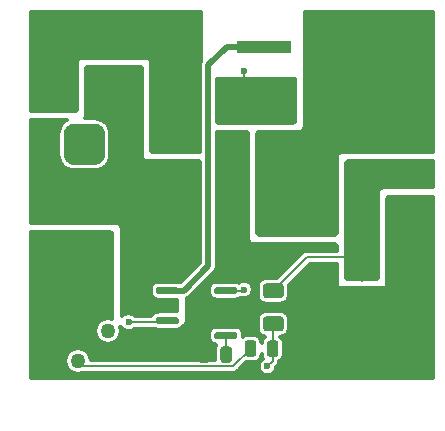
<source format=gbr>
%TF.GenerationSoftware,KiCad,Pcbnew,(5.1.5-131-g305ed0b65)-1*%
%TF.CreationDate,2020-09-08T16:09:36+08:00*%
%TF.ProjectId,PowerSupply,506f7765-7253-4757-9070-6c792e6b6963,rev?*%
%TF.SameCoordinates,Original*%
%TF.FileFunction,Copper,L1,Top*%
%TF.FilePolarity,Positive*%
%FSLAX46Y46*%
G04 Gerber Fmt 4.6, Leading zero omitted, Abs format (unit mm)*
G04 Created by KiCad (PCBNEW (5.1.5-131-g305ed0b65)-1) date 2020-09-08 16:09:36*
%MOMM*%
%LPD*%
G01*
G04 APERTURE LIST*
%TA.AperFunction,ComponentPad*%
%ADD10R,1.700000X1.700000*%
%TD*%
%TA.AperFunction,ComponentPad*%
%ADD11O,1.700000X1.700000*%
%TD*%
%TA.AperFunction,ComponentPad*%
%ADD12R,3.500000X3.500000*%
%TD*%
%TA.AperFunction,SMDPad,CuDef*%
%ADD13R,2.500000X2.300000*%
%TD*%
%TA.AperFunction,SMDPad,CuDef*%
%ADD14R,2.900000X5.400000*%
%TD*%
%TA.AperFunction,SMDPad,CuDef*%
%ADD15R,4.600000X1.100000*%
%TD*%
%TA.AperFunction,SMDPad,CuDef*%
%ADD16R,9.400000X10.800000*%
%TD*%
%TA.AperFunction,ComponentPad*%
%ADD17C,1.260000*%
%TD*%
%TA.AperFunction,ViaPad*%
%ADD18C,0.800000*%
%TD*%
%TA.AperFunction,ViaPad*%
%ADD19C,0.600000*%
%TD*%
%TA.AperFunction,Conductor*%
%ADD20C,0.203200*%
%TD*%
%TA.AperFunction,Conductor*%
%ADD21C,0.508000*%
%TD*%
%TA.AperFunction,Conductor*%
%ADD22C,0.300000*%
%TD*%
G04 APERTURE END LIST*
%TO.P,C4,1*%
%TO.N,+180V*%
%TA.AperFunction,SMDPad,CuDef*%
G36*
G01*
X157500000Y-91250000D02*
X159500000Y-91250000D01*
G75*
G02*
X159750000Y-91500000I0J-250000D01*
G01*
X159750000Y-95000000D01*
G75*
G02*
X159500000Y-95250000I-250000J0D01*
G01*
X157500000Y-95250000D01*
G75*
G02*
X157250000Y-95000000I0J250000D01*
G01*
X157250000Y-91500000D01*
G75*
G02*
X157500000Y-91250000I250000J0D01*
G01*
G37*
%TD.AperFunction*%
%TO.P,C4,2*%
%TO.N,GND*%
%TA.AperFunction,SMDPad,CuDef*%
G36*
G01*
X157500000Y-99250000D02*
X159500000Y-99250000D01*
G75*
G02*
X159750000Y-99500000I0J-250000D01*
G01*
X159750000Y-103000000D01*
G75*
G02*
X159500000Y-103250000I-250000J0D01*
G01*
X157500000Y-103250000D01*
G75*
G02*
X157250000Y-103000000I0J250000D01*
G01*
X157250000Y-99500000D01*
G75*
G02*
X157500000Y-99250000I250000J0D01*
G01*
G37*
%TD.AperFunction*%
%TD*%
D10*
%TO.P,J2,1*%
%TO.N,+180V*%
X163500000Y-86500000D03*
D11*
%TO.P,J2,2*%
%TO.N,GND*%
X163500000Y-89040000D03*
%TD*%
D12*
%TO.P,J1,1*%
%TO.N,+12V*%
X138000000Y-79000000D03*
%TO.P,J1,2*%
%TO.N,GND*%
%TA.AperFunction,ComponentPad*%
G36*
G01*
X130500000Y-80000000D02*
X130500000Y-78000000D01*
G75*
G02*
X131250000Y-77250000I750000J0D01*
G01*
X132750000Y-77250000D01*
G75*
G02*
X133500000Y-78000000I0J-750000D01*
G01*
X133500000Y-80000000D01*
G75*
G02*
X132750000Y-80750000I-750000J0D01*
G01*
X131250000Y-80750000D01*
G75*
G02*
X130500000Y-80000000I0J750000D01*
G01*
G37*
%TD.AperFunction*%
%TO.P,J1,3*%
%TO.N,N/C*%
%TA.AperFunction,ComponentPad*%
G36*
G01*
X133250000Y-84575000D02*
X133250000Y-82825000D01*
G75*
G02*
X134125000Y-81950000I875000J0D01*
G01*
X135875000Y-81950000D01*
G75*
G02*
X136750000Y-82825000I0J-875000D01*
G01*
X136750000Y-84575000D01*
G75*
G02*
X135875000Y-85450000I-875000J0D01*
G01*
X134125000Y-85450000D01*
G75*
G02*
X133250000Y-84575000I0J875000D01*
G01*
G37*
%TD.AperFunction*%
%TD*%
%TO.P,C1,1*%
%TO.N,+12V*%
%TA.AperFunction,SMDPad,CuDef*%
G36*
G01*
X133975000Y-86350000D02*
X136025000Y-86350000D01*
G75*
G02*
X136275000Y-86600000I0J-250000D01*
G01*
X136275000Y-88175000D01*
G75*
G02*
X136025000Y-88425000I-250000J0D01*
G01*
X133975000Y-88425000D01*
G75*
G02*
X133725000Y-88175000I0J250000D01*
G01*
X133725000Y-86600000D01*
G75*
G02*
X133975000Y-86350000I250000J0D01*
G01*
G37*
%TD.AperFunction*%
%TO.P,C1,2*%
%TO.N,GND*%
%TA.AperFunction,SMDPad,CuDef*%
G36*
G01*
X133975000Y-92575000D02*
X136025000Y-92575000D01*
G75*
G02*
X136275000Y-92825000I0J-250000D01*
G01*
X136275000Y-94400000D01*
G75*
G02*
X136025000Y-94650000I-250000J0D01*
G01*
X133975000Y-94650000D01*
G75*
G02*
X133725000Y-94400000I0J250000D01*
G01*
X133725000Y-92825000D01*
G75*
G02*
X133975000Y-92575000I250000J0D01*
G01*
G37*
%TD.AperFunction*%
%TD*%
%TO.P,C2,2*%
%TO.N,GND*%
%TA.AperFunction,SMDPad,CuDef*%
G36*
G01*
X139543750Y-99262500D02*
X140456250Y-99262500D01*
G75*
G02*
X140700000Y-99506250I0J-243750D01*
G01*
X140700000Y-99993750D01*
G75*
G02*
X140456250Y-100237500I-243750J0D01*
G01*
X139543750Y-100237500D01*
G75*
G02*
X139300000Y-99993750I0J243750D01*
G01*
X139300000Y-99506250D01*
G75*
G02*
X139543750Y-99262500I243750J0D01*
G01*
G37*
%TD.AperFunction*%
%TO.P,C2,1*%
%TO.N,+12V*%
%TA.AperFunction,SMDPad,CuDef*%
G36*
G01*
X139543750Y-97387500D02*
X140456250Y-97387500D01*
G75*
G02*
X140700000Y-97631250I0J-243750D01*
G01*
X140700000Y-98118750D01*
G75*
G02*
X140456250Y-98362500I-243750J0D01*
G01*
X139543750Y-98362500D01*
G75*
G02*
X139300000Y-98118750I0J243750D01*
G01*
X139300000Y-97631250D01*
G75*
G02*
X139543750Y-97387500I243750J0D01*
G01*
G37*
%TD.AperFunction*%
%TD*%
%TO.P,C3,1*%
%TO.N,Net-(C3-Pad1)*%
%TA.AperFunction,SMDPad,CuDef*%
G36*
G01*
X147487500Y-101043750D02*
X147487500Y-101956250D01*
G75*
G02*
X147243750Y-102200000I-243750J0D01*
G01*
X146756250Y-102200000D01*
G75*
G02*
X146512500Y-101956250I0J243750D01*
G01*
X146512500Y-101043750D01*
G75*
G02*
X146756250Y-100800000I243750J0D01*
G01*
X147243750Y-100800000D01*
G75*
G02*
X147487500Y-101043750I0J-243750D01*
G01*
G37*
%TD.AperFunction*%
%TO.P,C3,2*%
%TO.N,GND*%
%TA.AperFunction,SMDPad,CuDef*%
G36*
G01*
X145612500Y-101043750D02*
X145612500Y-101956250D01*
G75*
G02*
X145368750Y-102200000I-243750J0D01*
G01*
X144881250Y-102200000D01*
G75*
G02*
X144637500Y-101956250I0J243750D01*
G01*
X144637500Y-101043750D01*
G75*
G02*
X144881250Y-100800000I243750J0D01*
G01*
X145368750Y-100800000D01*
G75*
G02*
X145612500Y-101043750I0J-243750D01*
G01*
G37*
%TD.AperFunction*%
%TD*%
D13*
%TO.P,D1,1*%
%TO.N,+180V*%
X158650000Y-86500000D03*
%TO.P,D1,2*%
%TO.N,Net-(D1-Pad2)*%
X154350000Y-86500000D03*
%TD*%
D14*
%TO.P,L1,1*%
%TO.N,+12V*%
X141050000Y-88500000D03*
%TO.P,L1,2*%
%TO.N,Net-(D1-Pad2)*%
X150950000Y-88500000D03*
%TD*%
D15*
%TO.P,Q1,1*%
%TO.N,Net-(Q1-Pad1)*%
X150225000Y-75460000D03*
%TO.P,Q1,3*%
%TO.N,Net-(Q1-Pad3)*%
X150225000Y-80540000D03*
D16*
%TO.P,Q1,2*%
%TO.N,Net-(D1-Pad2)*%
X159375000Y-78000000D03*
%TD*%
%TO.P,R1,1*%
%TO.N,Net-(Q1-Pad3)*%
%TA.AperFunction,SMDPad,CuDef*%
G36*
G01*
X147575000Y-78574999D02*
X147575000Y-81425001D01*
G75*
G02*
X147325001Y-81675000I-249999J0D01*
G01*
X146474999Y-81675000D01*
G75*
G02*
X146225000Y-81425001I0J249999D01*
G01*
X146225000Y-78574999D01*
G75*
G02*
X146474999Y-78325000I249999J0D01*
G01*
X147325001Y-78325000D01*
G75*
G02*
X147575000Y-78574999I0J-249999D01*
G01*
G37*
%TD.AperFunction*%
%TO.P,R1,2*%
%TO.N,GND*%
%TA.AperFunction,SMDPad,CuDef*%
G36*
G01*
X141775000Y-78574999D02*
X141775000Y-81425001D01*
G75*
G02*
X141525001Y-81675000I-249999J0D01*
G01*
X140674999Y-81675000D01*
G75*
G02*
X140425000Y-81425001I0J249999D01*
G01*
X140425000Y-78574999D01*
G75*
G02*
X140674999Y-78325000I249999J0D01*
G01*
X141525001Y-78325000D01*
G75*
G02*
X141775000Y-78574999I0J-249999D01*
G01*
G37*
%TD.AperFunction*%
%TD*%
%TO.P,R2,1*%
%TO.N,+180V*%
%TA.AperFunction,SMDPad,CuDef*%
G36*
G01*
X150375000Y-95475000D02*
X151625000Y-95475000D01*
G75*
G02*
X151875000Y-95725000I0J-250000D01*
G01*
X151875000Y-96475000D01*
G75*
G02*
X151625000Y-96725000I-250000J0D01*
G01*
X150375000Y-96725000D01*
G75*
G02*
X150125000Y-96475000I0J250000D01*
G01*
X150125000Y-95725000D01*
G75*
G02*
X150375000Y-95475000I250000J0D01*
G01*
G37*
%TD.AperFunction*%
%TO.P,R2,2*%
%TO.N,Net-(R2-Pad2)*%
%TA.AperFunction,SMDPad,CuDef*%
G36*
G01*
X150375000Y-98275000D02*
X151625000Y-98275000D01*
G75*
G02*
X151875000Y-98525000I0J-250000D01*
G01*
X151875000Y-99275000D01*
G75*
G02*
X151625000Y-99525000I-250000J0D01*
G01*
X150375000Y-99525000D01*
G75*
G02*
X150125000Y-99275000I0J250000D01*
G01*
X150125000Y-98525000D01*
G75*
G02*
X150375000Y-98275000I250000J0D01*
G01*
G37*
%TD.AperFunction*%
%TD*%
%TO.P,R3,1*%
%TO.N,Net-(R2-Pad2)*%
%TA.AperFunction,SMDPad,CuDef*%
G36*
G01*
X151425000Y-100543750D02*
X151425000Y-101456250D01*
G75*
G02*
X151181250Y-101700000I-243750J0D01*
G01*
X150693750Y-101700000D01*
G75*
G02*
X150450000Y-101456250I0J243750D01*
G01*
X150450000Y-100543750D01*
G75*
G02*
X150693750Y-100300000I243750J0D01*
G01*
X151181250Y-100300000D01*
G75*
G02*
X151425000Y-100543750I0J-243750D01*
G01*
G37*
%TD.AperFunction*%
%TO.P,R3,2*%
%TO.N,Net-(R3-Pad2)*%
%TA.AperFunction,SMDPad,CuDef*%
G36*
G01*
X149550000Y-100543750D02*
X149550000Y-101456250D01*
G75*
G02*
X149306250Y-101700000I-243750J0D01*
G01*
X148818750Y-101700000D01*
G75*
G02*
X148575000Y-101456250I0J243750D01*
G01*
X148575000Y-100543750D01*
G75*
G02*
X148818750Y-100300000I243750J0D01*
G01*
X149306250Y-100300000D01*
G75*
G02*
X149550000Y-100543750I0J-243750D01*
G01*
G37*
%TD.AperFunction*%
%TD*%
D17*
%TO.P,RV1,3*%
%TO.N,GND*%
X131920000Y-99500000D03*
%TO.P,RV1,2*%
%TO.N,Net-(R3-Pad2)*%
X134460000Y-102040000D03*
%TO.P,RV1,1*%
%TO.N,Net-(RV1-Pad1)*%
X137000000Y-99500000D03*
%TD*%
%TO.P,U1,1*%
%TO.N,Net-(Q1-Pad1)*%
%TA.AperFunction,SMDPad,CuDef*%
G36*
G01*
X141050000Y-96245000D02*
X141050000Y-95945000D01*
G75*
G02*
X141200000Y-95795000I150000J0D01*
G01*
X142850000Y-95795000D01*
G75*
G02*
X143000000Y-95945000I0J-150000D01*
G01*
X143000000Y-96245000D01*
G75*
G02*
X142850000Y-96395000I-150000J0D01*
G01*
X141200000Y-96395000D01*
G75*
G02*
X141050000Y-96245000I0J150000D01*
G01*
G37*
%TD.AperFunction*%
%TO.P,U1,2*%
%TO.N,+12V*%
%TA.AperFunction,SMDPad,CuDef*%
G36*
G01*
X141050000Y-97515000D02*
X141050000Y-97215000D01*
G75*
G02*
X141200000Y-97065000I150000J0D01*
G01*
X142850000Y-97065000D01*
G75*
G02*
X143000000Y-97215000I0J-150000D01*
G01*
X143000000Y-97515000D01*
G75*
G02*
X142850000Y-97665000I-150000J0D01*
G01*
X141200000Y-97665000D01*
G75*
G02*
X141050000Y-97515000I0J150000D01*
G01*
G37*
%TD.AperFunction*%
%TO.P,U1,3*%
%TO.N,Net-(R2-Pad2)*%
%TA.AperFunction,SMDPad,CuDef*%
G36*
G01*
X141050000Y-98785000D02*
X141050000Y-98485000D01*
G75*
G02*
X141200000Y-98335000I150000J0D01*
G01*
X142850000Y-98335000D01*
G75*
G02*
X143000000Y-98485000I0J-150000D01*
G01*
X143000000Y-98785000D01*
G75*
G02*
X142850000Y-98935000I-150000J0D01*
G01*
X141200000Y-98935000D01*
G75*
G02*
X141050000Y-98785000I0J150000D01*
G01*
G37*
%TD.AperFunction*%
%TO.P,U1,4*%
%TO.N,GND*%
%TA.AperFunction,SMDPad,CuDef*%
G36*
G01*
X141050000Y-100055000D02*
X141050000Y-99755000D01*
G75*
G02*
X141200000Y-99605000I150000J0D01*
G01*
X142850000Y-99605000D01*
G75*
G02*
X143000000Y-99755000I0J-150000D01*
G01*
X143000000Y-100055000D01*
G75*
G02*
X142850000Y-100205000I-150000J0D01*
G01*
X141200000Y-100205000D01*
G75*
G02*
X141050000Y-100055000I0J150000D01*
G01*
G37*
%TD.AperFunction*%
%TO.P,U1,5*%
%TO.N,Net-(C3-Pad1)*%
%TA.AperFunction,SMDPad,CuDef*%
G36*
G01*
X146000000Y-100055000D02*
X146000000Y-99755000D01*
G75*
G02*
X146150000Y-99605000I150000J0D01*
G01*
X147800000Y-99605000D01*
G75*
G02*
X147950000Y-99755000I0J-150000D01*
G01*
X147950000Y-100055000D01*
G75*
G02*
X147800000Y-100205000I-150000J0D01*
G01*
X146150000Y-100205000D01*
G75*
G02*
X146000000Y-100055000I0J150000D01*
G01*
G37*
%TD.AperFunction*%
%TO.P,U1,6*%
%TO.N,GND*%
%TA.AperFunction,SMDPad,CuDef*%
G36*
G01*
X146000000Y-98785000D02*
X146000000Y-98485000D01*
G75*
G02*
X146150000Y-98335000I150000J0D01*
G01*
X147800000Y-98335000D01*
G75*
G02*
X147950000Y-98485000I0J-150000D01*
G01*
X147950000Y-98785000D01*
G75*
G02*
X147800000Y-98935000I-150000J0D01*
G01*
X146150000Y-98935000D01*
G75*
G02*
X146000000Y-98785000I0J150000D01*
G01*
G37*
%TD.AperFunction*%
%TO.P,U1,7*%
%TA.AperFunction,SMDPad,CuDef*%
G36*
G01*
X146000000Y-97515000D02*
X146000000Y-97215000D01*
G75*
G02*
X146150000Y-97065000I150000J0D01*
G01*
X147800000Y-97065000D01*
G75*
G02*
X147950000Y-97215000I0J-150000D01*
G01*
X147950000Y-97515000D01*
G75*
G02*
X147800000Y-97665000I-150000J0D01*
G01*
X146150000Y-97665000D01*
G75*
G02*
X146000000Y-97515000I0J150000D01*
G01*
G37*
%TD.AperFunction*%
%TO.P,U1,8*%
%TO.N,Net-(Q1-Pad3)*%
%TA.AperFunction,SMDPad,CuDef*%
G36*
G01*
X146000000Y-96245000D02*
X146000000Y-95945000D01*
G75*
G02*
X146150000Y-95795000I150000J0D01*
G01*
X147800000Y-95795000D01*
G75*
G02*
X147950000Y-95945000I0J-150000D01*
G01*
X147950000Y-96245000D01*
G75*
G02*
X147800000Y-96395000I-150000J0D01*
G01*
X146150000Y-96395000D01*
G75*
G02*
X146000000Y-96245000I0J150000D01*
G01*
G37*
%TD.AperFunction*%
%TD*%
D18*
%TO.N,GND*%
X144250000Y-97000000D03*
X145250000Y-97000000D03*
X145250000Y-98000000D03*
X144250000Y-98000000D03*
X145250000Y-99000000D03*
X144250000Y-99000000D03*
X140000000Y-73750000D03*
X139000000Y-73750000D03*
X138000000Y-73750000D03*
X137000000Y-73750000D03*
X136000000Y-73750000D03*
X135000000Y-73750000D03*
X134000000Y-73750000D03*
X133000000Y-73750000D03*
X132000000Y-73750000D03*
X131000000Y-73750000D03*
X131000000Y-72750000D03*
X132000000Y-72750000D03*
X133000000Y-72750000D03*
X134000000Y-72750000D03*
X135000000Y-72750000D03*
X136000000Y-72750000D03*
X137000000Y-72750000D03*
X138000000Y-72750000D03*
X139000000Y-72750000D03*
X140000000Y-72750000D03*
X131000000Y-91750000D03*
X132000000Y-91750000D03*
X132000000Y-92750000D03*
X131000000Y-92750000D03*
X131000000Y-93750000D03*
X132000000Y-93750000D03*
X132000000Y-94750000D03*
X131000000Y-94750000D03*
X131000000Y-95750000D03*
X132000000Y-95750000D03*
X131000000Y-75000000D03*
X132000000Y-75000000D03*
X133000000Y-75000000D03*
X134000000Y-75000000D03*
X135000000Y-75000000D03*
X136000000Y-75000000D03*
X137000000Y-75000000D03*
X138000000Y-75000000D03*
X138000000Y-76000000D03*
X137000000Y-76000000D03*
X136000000Y-76000000D03*
X135000000Y-76000000D03*
X134000000Y-76000000D03*
X133000000Y-76000000D03*
X132000000Y-76000000D03*
X131000000Y-76000000D03*
X161000000Y-92750000D03*
X162000000Y-92750000D03*
X162000000Y-93750000D03*
X163000000Y-93750000D03*
X161000000Y-93750000D03*
X161000000Y-94750000D03*
X162000000Y-94750000D03*
X163000000Y-94750000D03*
X163000000Y-95750000D03*
X162000000Y-95750000D03*
X161000000Y-95750000D03*
X141000000Y-73750000D03*
X141000000Y-72750000D03*
X142000000Y-72750000D03*
X142000000Y-73750000D03*
X143000000Y-72750000D03*
X143000000Y-73750000D03*
D19*
%TO.N,Net-(Q1-Pad3)*%
X148500000Y-96000000D03*
X148500000Y-77500000D03*
%TO.N,Net-(R2-Pad2)*%
X150500000Y-102500000D03*
X138750000Y-98750000D03*
%TD*%
D20*
%TO.N,Net-(C3-Pad1)*%
X147000000Y-99930000D02*
X146975000Y-99905000D01*
X147000000Y-101500000D02*
X147000000Y-99930000D01*
%TO.N,+180V*%
X158500000Y-93250000D02*
X158500000Y-95250000D01*
X153850000Y-93250000D02*
X151000000Y-96100000D01*
X158500000Y-93250000D02*
X153850000Y-93250000D01*
D21*
%TO.N,Net-(Q1-Pad1)*%
X142025000Y-96095000D02*
X143405000Y-96095000D01*
X143405000Y-96095000D02*
X145500000Y-94000000D01*
X145500000Y-94000000D02*
X145500000Y-77000000D01*
X147040000Y-75460000D02*
X150225000Y-75460000D01*
X145500000Y-77000000D02*
X147040000Y-75460000D01*
D20*
%TO.N,Net-(Q1-Pad3)*%
X146975000Y-96095000D02*
X148405000Y-96095000D01*
X148405000Y-96095000D02*
X148500000Y-96000000D01*
X148500000Y-78400000D02*
X146900000Y-80000000D01*
X148500000Y-77500000D02*
X148500000Y-78400000D01*
%TO.N,Net-(R2-Pad2)*%
X151000000Y-100937500D02*
X150937500Y-101000000D01*
X151000000Y-98900000D02*
X151000000Y-100937500D01*
X150937500Y-101000000D02*
X150937500Y-102062500D01*
X150937500Y-102062500D02*
X150500000Y-102500000D01*
X141910000Y-98750000D02*
X142025000Y-98635000D01*
X138750000Y-98750000D02*
X141910000Y-98750000D01*
%TO.N,Net-(R3-Pad2)*%
X134924810Y-102504810D02*
X134460000Y-102040000D01*
X147557690Y-102504810D02*
X134924810Y-102504810D01*
X149062500Y-101000000D02*
X147557690Y-102504810D01*
%TD*%
D22*
%TO.N,Net-(Q1-Pad3)*%
G36*
X152756278Y-78164133D02*
G01*
X152803988Y-78196012D01*
X152835867Y-78243722D01*
X152850000Y-78314774D01*
X152850000Y-81685226D01*
X152835867Y-81756278D01*
X152803988Y-81803988D01*
X152756278Y-81835867D01*
X152685226Y-81850000D01*
X146314774Y-81850000D01*
X146243722Y-81835867D01*
X146204000Y-81809325D01*
X146204000Y-78190675D01*
X146243722Y-78164133D01*
X146314774Y-78150000D01*
X152685226Y-78150000D01*
X152756278Y-78164133D01*
G37*
X152756278Y-78164133D02*
X152803988Y-78196012D01*
X152835867Y-78243722D01*
X152850000Y-78314774D01*
X152850000Y-81685226D01*
X152835867Y-81756278D01*
X152803988Y-81803988D01*
X152756278Y-81835867D01*
X152685226Y-81850000D01*
X146314774Y-81850000D01*
X146243722Y-81835867D01*
X146204000Y-81809325D01*
X146204000Y-78190675D01*
X146243722Y-78164133D01*
X146314774Y-78150000D01*
X152685226Y-78150000D01*
X152756278Y-78164133D01*
%TO.N,+180V*%
G36*
X164500000Y-87350000D02*
G01*
X160300000Y-87350000D01*
X160270737Y-87352882D01*
X160155932Y-87375718D01*
X160127793Y-87384254D01*
X160101859Y-87398116D01*
X160004532Y-87463148D01*
X159981802Y-87481802D01*
X159963148Y-87504532D01*
X159898116Y-87601859D01*
X159884254Y-87627792D01*
X159875718Y-87655932D01*
X159852882Y-87770737D01*
X159850000Y-87800000D01*
X159850000Y-94935226D01*
X159835867Y-95006278D01*
X159803988Y-95053988D01*
X159756278Y-95085867D01*
X159685226Y-95100000D01*
X157314774Y-95100000D01*
X157243722Y-95085867D01*
X157196012Y-95053988D01*
X157164133Y-95006278D01*
X157150000Y-94935226D01*
X157150000Y-85314774D01*
X157164133Y-85243722D01*
X157196012Y-85196012D01*
X157243722Y-85164133D01*
X157314774Y-85150000D01*
X164500000Y-85150000D01*
X164500000Y-87350000D01*
G37*
X164500000Y-87350000D02*
X160300000Y-87350000D01*
X160270737Y-87352882D01*
X160155932Y-87375718D01*
X160127793Y-87384254D01*
X160101859Y-87398116D01*
X160004532Y-87463148D01*
X159981802Y-87481802D01*
X159963148Y-87504532D01*
X159898116Y-87601859D01*
X159884254Y-87627792D01*
X159875718Y-87655932D01*
X159852882Y-87770737D01*
X159850000Y-87800000D01*
X159850000Y-94935226D01*
X159835867Y-95006278D01*
X159803988Y-95053988D01*
X159756278Y-95085867D01*
X159685226Y-95100000D01*
X157314774Y-95100000D01*
X157243722Y-95085867D01*
X157196012Y-95053988D01*
X157164133Y-95006278D01*
X157150000Y-94935226D01*
X157150000Y-85314774D01*
X157164133Y-85243722D01*
X157196012Y-85196012D01*
X157243722Y-85164133D01*
X157314774Y-85150000D01*
X164500000Y-85150000D01*
X164500000Y-87350000D01*
%TO.N,Net-(D1-Pad2)*%
G36*
X164500001Y-84350000D02*
G01*
X156800000Y-84350000D01*
X156770737Y-84352882D01*
X156655932Y-84375718D01*
X156627793Y-84384254D01*
X156601859Y-84398116D01*
X156504532Y-84463148D01*
X156481802Y-84481802D01*
X156463148Y-84504532D01*
X156398116Y-84601859D01*
X156384254Y-84627792D01*
X156375718Y-84655932D01*
X156352882Y-84770737D01*
X156350000Y-84800000D01*
X156350000Y-91185226D01*
X156335867Y-91256278D01*
X156303988Y-91303988D01*
X156256278Y-91335867D01*
X156185226Y-91350000D01*
X149814774Y-91350000D01*
X149743722Y-91335867D01*
X149696012Y-91303988D01*
X149664133Y-91256278D01*
X149650000Y-91185226D01*
X149650000Y-82814774D01*
X149664133Y-82743722D01*
X149696012Y-82696012D01*
X149743722Y-82664133D01*
X149814774Y-82650000D01*
X153200000Y-82650000D01*
X153229263Y-82647118D01*
X153344068Y-82624282D01*
X153372207Y-82615746D01*
X153398141Y-82601884D01*
X153495468Y-82536852D01*
X153518198Y-82518198D01*
X153536852Y-82495468D01*
X153601884Y-82398141D01*
X153615746Y-82372208D01*
X153624282Y-82344068D01*
X153647118Y-82229263D01*
X153650000Y-82200000D01*
X153650000Y-72500000D01*
X164500001Y-72500000D01*
X164500001Y-84350000D01*
G37*
X164500001Y-84350000D02*
X156800000Y-84350000D01*
X156770737Y-84352882D01*
X156655932Y-84375718D01*
X156627793Y-84384254D01*
X156601859Y-84398116D01*
X156504532Y-84463148D01*
X156481802Y-84481802D01*
X156463148Y-84504532D01*
X156398116Y-84601859D01*
X156384254Y-84627792D01*
X156375718Y-84655932D01*
X156352882Y-84770737D01*
X156350000Y-84800000D01*
X156350000Y-91185226D01*
X156335867Y-91256278D01*
X156303988Y-91303988D01*
X156256278Y-91335867D01*
X156185226Y-91350000D01*
X149814774Y-91350000D01*
X149743722Y-91335867D01*
X149696012Y-91303988D01*
X149664133Y-91256278D01*
X149650000Y-91185226D01*
X149650000Y-82814774D01*
X149664133Y-82743722D01*
X149696012Y-82696012D01*
X149743722Y-82664133D01*
X149814774Y-82650000D01*
X153200000Y-82650000D01*
X153229263Y-82647118D01*
X153344068Y-82624282D01*
X153372207Y-82615746D01*
X153398141Y-82601884D01*
X153495468Y-82536852D01*
X153518198Y-82518198D01*
X153536852Y-82495468D01*
X153601884Y-82398141D01*
X153615746Y-82372208D01*
X153624282Y-82344068D01*
X153647118Y-82229263D01*
X153650000Y-82200000D01*
X153650000Y-72500000D01*
X164500001Y-72500000D01*
X164500001Y-84350000D01*
%TO.N,GND*%
G36*
X144850000Y-76722632D02*
G01*
X144846442Y-76729288D01*
X144806187Y-76861992D01*
X144792594Y-77000000D01*
X144796001Y-77034591D01*
X144796001Y-84309325D01*
X144756278Y-84335867D01*
X144685226Y-84350000D01*
X140814774Y-84350000D01*
X140743722Y-84335867D01*
X140696012Y-84303988D01*
X140664133Y-84256278D01*
X140650000Y-84185226D01*
X140650000Y-76800000D01*
X140647118Y-76770737D01*
X140624282Y-76655932D01*
X140615746Y-76627793D01*
X140601884Y-76601859D01*
X140536852Y-76504532D01*
X140518198Y-76481802D01*
X140495468Y-76463148D01*
X140398141Y-76398116D01*
X140372208Y-76384254D01*
X140344068Y-76375718D01*
X140229263Y-76352882D01*
X140200000Y-76350000D01*
X134800000Y-76350000D01*
X134770737Y-76352882D01*
X134655932Y-76375718D01*
X134627793Y-76384254D01*
X134601859Y-76398116D01*
X134504532Y-76463148D01*
X134481802Y-76481802D01*
X134463148Y-76504532D01*
X134398116Y-76601859D01*
X134384254Y-76627792D01*
X134375718Y-76655932D01*
X134352882Y-76770737D01*
X134350000Y-76800000D01*
X134350000Y-80685226D01*
X134335867Y-80756278D01*
X134303988Y-80803988D01*
X134256278Y-80835867D01*
X134185226Y-80850000D01*
X130500000Y-80850000D01*
X130500000Y-72500000D01*
X144850000Y-72500000D01*
X144850000Y-76722632D01*
G37*
X144850000Y-76722632D02*
X144846442Y-76729288D01*
X144806187Y-76861992D01*
X144792594Y-77000000D01*
X144796001Y-77034591D01*
X144796001Y-84309325D01*
X144756278Y-84335867D01*
X144685226Y-84350000D01*
X140814774Y-84350000D01*
X140743722Y-84335867D01*
X140696012Y-84303988D01*
X140664133Y-84256278D01*
X140650000Y-84185226D01*
X140650000Y-76800000D01*
X140647118Y-76770737D01*
X140624282Y-76655932D01*
X140615746Y-76627793D01*
X140601884Y-76601859D01*
X140536852Y-76504532D01*
X140518198Y-76481802D01*
X140495468Y-76463148D01*
X140398141Y-76398116D01*
X140372208Y-76384254D01*
X140344068Y-76375718D01*
X140229263Y-76352882D01*
X140200000Y-76350000D01*
X134800000Y-76350000D01*
X134770737Y-76352882D01*
X134655932Y-76375718D01*
X134627793Y-76384254D01*
X134601859Y-76398116D01*
X134504532Y-76463148D01*
X134481802Y-76481802D01*
X134463148Y-76504532D01*
X134398116Y-76601859D01*
X134384254Y-76627792D01*
X134375718Y-76655932D01*
X134352882Y-76770737D01*
X134350000Y-76800000D01*
X134350000Y-80685226D01*
X134335867Y-80756278D01*
X134303988Y-80803988D01*
X134256278Y-80835867D01*
X134185226Y-80850000D01*
X130500000Y-80850000D01*
X130500000Y-72500000D01*
X144850000Y-72500000D01*
X144850000Y-76722632D01*
%TO.N,+12V*%
G36*
X139756278Y-77164133D02*
G01*
X139803988Y-77196012D01*
X139835867Y-77243722D01*
X139850000Y-77314774D01*
X139850000Y-84700000D01*
X139852882Y-84729263D01*
X139875718Y-84844068D01*
X139884254Y-84872207D01*
X139898116Y-84898141D01*
X139963148Y-84995468D01*
X139981802Y-85018198D01*
X140004532Y-85036852D01*
X140101859Y-85101884D01*
X140127792Y-85115746D01*
X140155932Y-85124282D01*
X140270737Y-85147118D01*
X140300000Y-85150000D01*
X144685226Y-85150000D01*
X144756278Y-85164133D01*
X144796001Y-85190675D01*
X144796000Y-93708393D01*
X143154395Y-95350000D01*
X142922867Y-95350000D01*
X142850000Y-95342823D01*
X141200000Y-95342823D01*
X141082521Y-95354394D01*
X140969557Y-95388661D01*
X140865448Y-95444308D01*
X140774197Y-95519197D01*
X140699308Y-95610448D01*
X140643661Y-95714557D01*
X140609394Y-95827521D01*
X140597823Y-95945000D01*
X140597823Y-96245000D01*
X140609394Y-96362479D01*
X140643661Y-96475443D01*
X140699308Y-96579552D01*
X140774197Y-96670803D01*
X140865448Y-96745692D01*
X140969557Y-96801339D01*
X141082521Y-96835606D01*
X141200000Y-96847177D01*
X142850000Y-96847177D01*
X142850000Y-97685226D01*
X142835867Y-97756278D01*
X142803988Y-97803988D01*
X142756278Y-97835867D01*
X142685226Y-97850000D01*
X141250000Y-97850000D01*
X141220737Y-97852882D01*
X141125066Y-97871912D01*
X141096927Y-97880448D01*
X141070994Y-97894309D01*
X141061177Y-97900869D01*
X140969557Y-97928661D01*
X140865448Y-97984308D01*
X140774197Y-98059197D01*
X140699308Y-98150448D01*
X140673677Y-98198400D01*
X139259060Y-98198400D01*
X139228097Y-98167437D01*
X139105258Y-98085359D01*
X138968767Y-98028822D01*
X138823869Y-98000000D01*
X138676131Y-98000000D01*
X138531233Y-98028822D01*
X138394742Y-98085359D01*
X138271903Y-98167437D01*
X138171715Y-98267625D01*
X138164133Y-98256278D01*
X138150000Y-98185226D01*
X138150000Y-90800000D01*
X138147118Y-90770737D01*
X138124282Y-90655932D01*
X138115746Y-90627793D01*
X138101884Y-90601859D01*
X138036852Y-90504532D01*
X138018198Y-90481802D01*
X137995468Y-90463148D01*
X137898141Y-90398116D01*
X137872208Y-90384254D01*
X137844068Y-90375718D01*
X137729263Y-90352882D01*
X137700000Y-90350000D01*
X130500000Y-90350000D01*
X130500000Y-81650000D01*
X133521413Y-81650000D01*
X133387660Y-81721493D01*
X133186544Y-81886544D01*
X133021493Y-82087660D01*
X132898848Y-82317111D01*
X132823324Y-82566081D01*
X132797823Y-82825000D01*
X132797823Y-84575000D01*
X132823324Y-84833919D01*
X132898848Y-85082889D01*
X133021493Y-85312340D01*
X133186544Y-85513456D01*
X133387660Y-85678507D01*
X133617111Y-85801152D01*
X133866081Y-85876676D01*
X134125000Y-85902177D01*
X135875000Y-85902177D01*
X136133919Y-85876676D01*
X136382889Y-85801152D01*
X136612340Y-85678507D01*
X136813456Y-85513456D01*
X136978507Y-85312340D01*
X137101152Y-85082889D01*
X137176676Y-84833919D01*
X137202177Y-84575000D01*
X137202177Y-82825000D01*
X137176676Y-82566081D01*
X137101152Y-82317111D01*
X136978507Y-82087660D01*
X136813456Y-81886544D01*
X136612340Y-81721493D01*
X136382889Y-81598848D01*
X136133919Y-81523324D01*
X135875000Y-81497823D01*
X135034919Y-81497823D01*
X135036852Y-81495468D01*
X135101884Y-81398141D01*
X135115746Y-81372208D01*
X135124282Y-81344068D01*
X135147118Y-81229263D01*
X135150000Y-81200000D01*
X135150000Y-77314774D01*
X135164133Y-77243722D01*
X135196012Y-77196012D01*
X135243722Y-77164133D01*
X135314774Y-77150000D01*
X139685226Y-77150000D01*
X139756278Y-77164133D01*
G37*
X139756278Y-77164133D02*
X139803988Y-77196012D01*
X139835867Y-77243722D01*
X139850000Y-77314774D01*
X139850000Y-84700000D01*
X139852882Y-84729263D01*
X139875718Y-84844068D01*
X139884254Y-84872207D01*
X139898116Y-84898141D01*
X139963148Y-84995468D01*
X139981802Y-85018198D01*
X140004532Y-85036852D01*
X140101859Y-85101884D01*
X140127792Y-85115746D01*
X140155932Y-85124282D01*
X140270737Y-85147118D01*
X140300000Y-85150000D01*
X144685226Y-85150000D01*
X144756278Y-85164133D01*
X144796001Y-85190675D01*
X144796000Y-93708393D01*
X143154395Y-95350000D01*
X142922867Y-95350000D01*
X142850000Y-95342823D01*
X141200000Y-95342823D01*
X141082521Y-95354394D01*
X140969557Y-95388661D01*
X140865448Y-95444308D01*
X140774197Y-95519197D01*
X140699308Y-95610448D01*
X140643661Y-95714557D01*
X140609394Y-95827521D01*
X140597823Y-95945000D01*
X140597823Y-96245000D01*
X140609394Y-96362479D01*
X140643661Y-96475443D01*
X140699308Y-96579552D01*
X140774197Y-96670803D01*
X140865448Y-96745692D01*
X140969557Y-96801339D01*
X141082521Y-96835606D01*
X141200000Y-96847177D01*
X142850000Y-96847177D01*
X142850000Y-97685226D01*
X142835867Y-97756278D01*
X142803988Y-97803988D01*
X142756278Y-97835867D01*
X142685226Y-97850000D01*
X141250000Y-97850000D01*
X141220737Y-97852882D01*
X141125066Y-97871912D01*
X141096927Y-97880448D01*
X141070994Y-97894309D01*
X141061177Y-97900869D01*
X140969557Y-97928661D01*
X140865448Y-97984308D01*
X140774197Y-98059197D01*
X140699308Y-98150448D01*
X140673677Y-98198400D01*
X139259060Y-98198400D01*
X139228097Y-98167437D01*
X139105258Y-98085359D01*
X138968767Y-98028822D01*
X138823869Y-98000000D01*
X138676131Y-98000000D01*
X138531233Y-98028822D01*
X138394742Y-98085359D01*
X138271903Y-98167437D01*
X138171715Y-98267625D01*
X138164133Y-98256278D01*
X138150000Y-98185226D01*
X138150000Y-90800000D01*
X138147118Y-90770737D01*
X138124282Y-90655932D01*
X138115746Y-90627793D01*
X138101884Y-90601859D01*
X138036852Y-90504532D01*
X138018198Y-90481802D01*
X137995468Y-90463148D01*
X137898141Y-90398116D01*
X137872208Y-90384254D01*
X137844068Y-90375718D01*
X137729263Y-90352882D01*
X137700000Y-90350000D01*
X130500000Y-90350000D01*
X130500000Y-81650000D01*
X133521413Y-81650000D01*
X133387660Y-81721493D01*
X133186544Y-81886544D01*
X133021493Y-82087660D01*
X132898848Y-82317111D01*
X132823324Y-82566081D01*
X132797823Y-82825000D01*
X132797823Y-84575000D01*
X132823324Y-84833919D01*
X132898848Y-85082889D01*
X133021493Y-85312340D01*
X133186544Y-85513456D01*
X133387660Y-85678507D01*
X133617111Y-85801152D01*
X133866081Y-85876676D01*
X134125000Y-85902177D01*
X135875000Y-85902177D01*
X136133919Y-85876676D01*
X136382889Y-85801152D01*
X136612340Y-85678507D01*
X136813456Y-85513456D01*
X136978507Y-85312340D01*
X137101152Y-85082889D01*
X137176676Y-84833919D01*
X137202177Y-84575000D01*
X137202177Y-82825000D01*
X137176676Y-82566081D01*
X137101152Y-82317111D01*
X136978507Y-82087660D01*
X136813456Y-81886544D01*
X136612340Y-81721493D01*
X136382889Y-81598848D01*
X136133919Y-81523324D01*
X135875000Y-81497823D01*
X135034919Y-81497823D01*
X135036852Y-81495468D01*
X135101884Y-81398141D01*
X135115746Y-81372208D01*
X135124282Y-81344068D01*
X135147118Y-81229263D01*
X135150000Y-81200000D01*
X135150000Y-77314774D01*
X135164133Y-77243722D01*
X135196012Y-77196012D01*
X135243722Y-77164133D01*
X135314774Y-77150000D01*
X139685226Y-77150000D01*
X139756278Y-77164133D01*
%TO.N,GND*%
G36*
X148756278Y-82664133D02*
G01*
X148803988Y-82696012D01*
X148835867Y-82743722D01*
X148850000Y-82814774D01*
X148850000Y-91700000D01*
X148852882Y-91729263D01*
X148875718Y-91844068D01*
X148884254Y-91872207D01*
X148898116Y-91898141D01*
X148963148Y-91995468D01*
X148981802Y-92018198D01*
X149004532Y-92036852D01*
X149101859Y-92101884D01*
X149127792Y-92115746D01*
X149155932Y-92124282D01*
X149270737Y-92147118D01*
X149300000Y-92150000D01*
X156185226Y-92150000D01*
X156256278Y-92164133D01*
X156303988Y-92196012D01*
X156335867Y-92243722D01*
X156350000Y-92314774D01*
X156350000Y-92698400D01*
X153877089Y-92698400D01*
X153850000Y-92695732D01*
X153741868Y-92706382D01*
X153637890Y-92737923D01*
X153542065Y-92789143D01*
X153458073Y-92858073D01*
X153440806Y-92879113D01*
X151297098Y-95022823D01*
X150375000Y-95022823D01*
X150238012Y-95036315D01*
X150106288Y-95076273D01*
X149984891Y-95141161D01*
X149878486Y-95228486D01*
X149791161Y-95334891D01*
X149726273Y-95456288D01*
X149686315Y-95588012D01*
X149672823Y-95725000D01*
X149672823Y-96475000D01*
X149686315Y-96611988D01*
X149726273Y-96743712D01*
X149791161Y-96865109D01*
X149878486Y-96971514D01*
X149984891Y-97058839D01*
X150106288Y-97123727D01*
X150238012Y-97163685D01*
X150375000Y-97177177D01*
X151625000Y-97177177D01*
X151761988Y-97163685D01*
X151893712Y-97123727D01*
X152015109Y-97058839D01*
X152121514Y-96971514D01*
X152208839Y-96865109D01*
X152273727Y-96743712D01*
X152313685Y-96611988D01*
X152327177Y-96475000D01*
X152327177Y-95725000D01*
X152313685Y-95588012D01*
X152308654Y-95571426D01*
X154078481Y-93801600D01*
X156350000Y-93801600D01*
X156350000Y-95450000D01*
X156352882Y-95479263D01*
X156375718Y-95594068D01*
X156384254Y-95622207D01*
X156398116Y-95648141D01*
X156463148Y-95745468D01*
X156481802Y-95768198D01*
X156504532Y-95786852D01*
X156601859Y-95851884D01*
X156627792Y-95865746D01*
X156655932Y-95874282D01*
X156770737Y-95897118D01*
X156800000Y-95900000D01*
X160200000Y-95900000D01*
X160229263Y-95897118D01*
X160344068Y-95874282D01*
X160372207Y-95865746D01*
X160398141Y-95851884D01*
X160495468Y-95786852D01*
X160518198Y-95768198D01*
X160536852Y-95745468D01*
X160601884Y-95648141D01*
X160615746Y-95622208D01*
X160624282Y-95594068D01*
X160647118Y-95479263D01*
X160650000Y-95450000D01*
X160650000Y-88314774D01*
X160664133Y-88243722D01*
X160696012Y-88196012D01*
X160743722Y-88164133D01*
X160814774Y-88150000D01*
X164500001Y-88150000D01*
X164500000Y-103500000D01*
X130500000Y-103500000D01*
X130500000Y-101933629D01*
X133380000Y-101933629D01*
X133380000Y-102146371D01*
X133421503Y-102355024D01*
X133502916Y-102551572D01*
X133621109Y-102728460D01*
X133771540Y-102878891D01*
X133948428Y-102997084D01*
X134144976Y-103078497D01*
X134353629Y-103120000D01*
X134566371Y-103120000D01*
X134775024Y-103078497D01*
X134841673Y-103050890D01*
X134924810Y-103059078D01*
X134951899Y-103056410D01*
X147530601Y-103056410D01*
X147557690Y-103059078D01*
X147665822Y-103048428D01*
X147681678Y-103043618D01*
X147769799Y-103016887D01*
X147865625Y-102965667D01*
X147949617Y-102896737D01*
X147966893Y-102875686D01*
X148701911Y-102140669D01*
X148818750Y-102152177D01*
X149306250Y-102152177D01*
X149442019Y-102138805D01*
X149572570Y-102099203D01*
X149692886Y-102034892D01*
X149798345Y-101948345D01*
X149884892Y-101842886D01*
X149949203Y-101722570D01*
X149988805Y-101592019D01*
X150000000Y-101478354D01*
X150011195Y-101592019D01*
X150050797Y-101722570D01*
X150115108Y-101842886D01*
X150121613Y-101850813D01*
X150021903Y-101917437D01*
X149917437Y-102021903D01*
X149835359Y-102144742D01*
X149778822Y-102281233D01*
X149750000Y-102426131D01*
X149750000Y-102573869D01*
X149778822Y-102718767D01*
X149835359Y-102855258D01*
X149917437Y-102978097D01*
X150021903Y-103082563D01*
X150144742Y-103164641D01*
X150281233Y-103221178D01*
X150426131Y-103250000D01*
X150573869Y-103250000D01*
X150718767Y-103221178D01*
X150855258Y-103164641D01*
X150978097Y-103082563D01*
X151082563Y-102978097D01*
X151164641Y-102855258D01*
X151221178Y-102718767D01*
X151250000Y-102573869D01*
X151250000Y-102530080D01*
X151308381Y-102471699D01*
X151329427Y-102454427D01*
X151398357Y-102370435D01*
X151449577Y-102274609D01*
X151481118Y-102170632D01*
X151489100Y-102089589D01*
X151489100Y-102089587D01*
X151490408Y-102076305D01*
X151567886Y-102034892D01*
X151673345Y-101948345D01*
X151759892Y-101842886D01*
X151824203Y-101722570D01*
X151863805Y-101592019D01*
X151877177Y-101456250D01*
X151877177Y-100543750D01*
X151863805Y-100407981D01*
X151824203Y-100277430D01*
X151759892Y-100157114D01*
X151673345Y-100051655D01*
X151582592Y-99977177D01*
X151625000Y-99977177D01*
X151761988Y-99963685D01*
X151893712Y-99923727D01*
X152015109Y-99858839D01*
X152121514Y-99771514D01*
X152208839Y-99665109D01*
X152273727Y-99543712D01*
X152313685Y-99411988D01*
X152327177Y-99275000D01*
X152327177Y-98525000D01*
X152313685Y-98388012D01*
X152273727Y-98256288D01*
X152208839Y-98134891D01*
X152121514Y-98028486D01*
X152015109Y-97941161D01*
X151893712Y-97876273D01*
X151761988Y-97836315D01*
X151625000Y-97822823D01*
X150375000Y-97822823D01*
X150238012Y-97836315D01*
X150106288Y-97876273D01*
X149984891Y-97941161D01*
X149878486Y-98028486D01*
X149791161Y-98134891D01*
X149726273Y-98256288D01*
X149686315Y-98388012D01*
X149672823Y-98525000D01*
X149672823Y-99275000D01*
X149686315Y-99411988D01*
X149726273Y-99543712D01*
X149791161Y-99665109D01*
X149878486Y-99771514D01*
X149984891Y-99858839D01*
X150106288Y-99923727D01*
X150238012Y-99963685D01*
X150301258Y-99969914D01*
X150201655Y-100051655D01*
X150115108Y-100157114D01*
X150050797Y-100277430D01*
X150011195Y-100407981D01*
X150000000Y-100521646D01*
X149988805Y-100407981D01*
X149949203Y-100277430D01*
X149884892Y-100157114D01*
X149798345Y-100051655D01*
X149692886Y-99965108D01*
X149572570Y-99900797D01*
X149442019Y-99861195D01*
X149306250Y-99847823D01*
X148818750Y-99847823D01*
X148682981Y-99861195D01*
X148552430Y-99900797D01*
X148432114Y-99965108D01*
X148402177Y-99989676D01*
X148402177Y-99755000D01*
X148390606Y-99637521D01*
X148356339Y-99524557D01*
X148300692Y-99420448D01*
X148225803Y-99329197D01*
X148134552Y-99254308D01*
X148030443Y-99198661D01*
X147917479Y-99164394D01*
X147800000Y-99152823D01*
X146150000Y-99152823D01*
X146032521Y-99164394D01*
X145919557Y-99198661D01*
X145815448Y-99254308D01*
X145724197Y-99329197D01*
X145649308Y-99420448D01*
X145593661Y-99524557D01*
X145559394Y-99637521D01*
X145547823Y-99755000D01*
X145547823Y-100055000D01*
X145559394Y-100172479D01*
X145593661Y-100285443D01*
X145649308Y-100389552D01*
X145724197Y-100480803D01*
X145815448Y-100555692D01*
X145919557Y-100611339D01*
X146032521Y-100645606D01*
X146150000Y-100657177D01*
X146177574Y-100657177D01*
X146113297Y-100777430D01*
X146073695Y-100907981D01*
X146060323Y-101043750D01*
X146060323Y-101953210D01*
X135540000Y-101953210D01*
X135540000Y-101933629D01*
X135498497Y-101724976D01*
X135417084Y-101528428D01*
X135298891Y-101351540D01*
X135148460Y-101201109D01*
X134971572Y-101082916D01*
X134775024Y-101001503D01*
X134566371Y-100960000D01*
X134353629Y-100960000D01*
X134144976Y-101001503D01*
X133948428Y-101082916D01*
X133771540Y-101201109D01*
X133621109Y-101351540D01*
X133502916Y-101528428D01*
X133421503Y-101724976D01*
X133380000Y-101933629D01*
X130500000Y-101933629D01*
X130500000Y-91150000D01*
X137185226Y-91150000D01*
X137256278Y-91164133D01*
X137303988Y-91196012D01*
X137335867Y-91243722D01*
X137350000Y-91314774D01*
X137350000Y-98475991D01*
X137315024Y-98461503D01*
X137106371Y-98420000D01*
X136893629Y-98420000D01*
X136684976Y-98461503D01*
X136488428Y-98542916D01*
X136311540Y-98661109D01*
X136161109Y-98811540D01*
X136042916Y-98988428D01*
X135961503Y-99184976D01*
X135920000Y-99393629D01*
X135920000Y-99606371D01*
X135961503Y-99815024D01*
X136042916Y-100011572D01*
X136161109Y-100188460D01*
X136311540Y-100338891D01*
X136488428Y-100457084D01*
X136684976Y-100538497D01*
X136893629Y-100580000D01*
X137106371Y-100580000D01*
X137315024Y-100538497D01*
X137511572Y-100457084D01*
X137688460Y-100338891D01*
X137838891Y-100188460D01*
X137957084Y-100011572D01*
X138038497Y-99815024D01*
X138080000Y-99606371D01*
X138080000Y-99393629D01*
X138038497Y-99184976D01*
X138024009Y-99150000D01*
X138115255Y-99150000D01*
X138167437Y-99228097D01*
X138271903Y-99332563D01*
X138394742Y-99414641D01*
X138531233Y-99471178D01*
X138676131Y-99500000D01*
X138823869Y-99500000D01*
X138968767Y-99471178D01*
X139105258Y-99414641D01*
X139228097Y-99332563D01*
X139259060Y-99301600D01*
X140895210Y-99301600D01*
X140969557Y-99341339D01*
X141082521Y-99375606D01*
X141200000Y-99387177D01*
X142850000Y-99387177D01*
X142967479Y-99375606D01*
X143080443Y-99341339D01*
X143184552Y-99285692D01*
X143275803Y-99210803D01*
X143347719Y-99123174D01*
X143372207Y-99115746D01*
X143398141Y-99101884D01*
X143495468Y-99036852D01*
X143518198Y-99018198D01*
X143536852Y-98995468D01*
X143601884Y-98898141D01*
X143615746Y-98872208D01*
X143624282Y-98844068D01*
X143647118Y-98729263D01*
X143650000Y-98700000D01*
X143650000Y-96756358D01*
X143675713Y-96748558D01*
X143798014Y-96683187D01*
X143905212Y-96595212D01*
X143927266Y-96568339D01*
X144550605Y-95945000D01*
X145547823Y-95945000D01*
X145547823Y-96245000D01*
X145559394Y-96362479D01*
X145593661Y-96475443D01*
X145649308Y-96579552D01*
X145724197Y-96670803D01*
X145815448Y-96745692D01*
X145919557Y-96801339D01*
X146032521Y-96835606D01*
X146150000Y-96847177D01*
X147800000Y-96847177D01*
X147917479Y-96835606D01*
X148030443Y-96801339D01*
X148134552Y-96745692D01*
X148203603Y-96689022D01*
X148281233Y-96721178D01*
X148426131Y-96750000D01*
X148573869Y-96750000D01*
X148718767Y-96721178D01*
X148855258Y-96664641D01*
X148978097Y-96582563D01*
X149082563Y-96478097D01*
X149164641Y-96355258D01*
X149221178Y-96218767D01*
X149250000Y-96073869D01*
X149250000Y-95926131D01*
X149221178Y-95781233D01*
X149164641Y-95644742D01*
X149082563Y-95521903D01*
X148978097Y-95417437D01*
X148855258Y-95335359D01*
X148718767Y-95278822D01*
X148573869Y-95250000D01*
X148426131Y-95250000D01*
X148281233Y-95278822D01*
X148144742Y-95335359D01*
X148049625Y-95398914D01*
X148030443Y-95388661D01*
X147917479Y-95354394D01*
X147800000Y-95342823D01*
X146150000Y-95342823D01*
X146032521Y-95354394D01*
X145919557Y-95388661D01*
X145815448Y-95444308D01*
X145724197Y-95519197D01*
X145649308Y-95610448D01*
X145593661Y-95714557D01*
X145559394Y-95827521D01*
X145547823Y-95945000D01*
X144550605Y-95945000D01*
X145973354Y-94522253D01*
X146000211Y-94500212D01*
X146088187Y-94393014D01*
X146153558Y-94270713D01*
X146193813Y-94138008D01*
X146204000Y-94034581D01*
X146204000Y-94034580D01*
X146207406Y-94000001D01*
X146204000Y-93965420D01*
X146204000Y-82690675D01*
X146243722Y-82664133D01*
X146314774Y-82650000D01*
X148685226Y-82650000D01*
X148756278Y-82664133D01*
G37*
X148756278Y-82664133D02*
X148803988Y-82696012D01*
X148835867Y-82743722D01*
X148850000Y-82814774D01*
X148850000Y-91700000D01*
X148852882Y-91729263D01*
X148875718Y-91844068D01*
X148884254Y-91872207D01*
X148898116Y-91898141D01*
X148963148Y-91995468D01*
X148981802Y-92018198D01*
X149004532Y-92036852D01*
X149101859Y-92101884D01*
X149127792Y-92115746D01*
X149155932Y-92124282D01*
X149270737Y-92147118D01*
X149300000Y-92150000D01*
X156185226Y-92150000D01*
X156256278Y-92164133D01*
X156303988Y-92196012D01*
X156335867Y-92243722D01*
X156350000Y-92314774D01*
X156350000Y-92698400D01*
X153877089Y-92698400D01*
X153850000Y-92695732D01*
X153741868Y-92706382D01*
X153637890Y-92737923D01*
X153542065Y-92789143D01*
X153458073Y-92858073D01*
X153440806Y-92879113D01*
X151297098Y-95022823D01*
X150375000Y-95022823D01*
X150238012Y-95036315D01*
X150106288Y-95076273D01*
X149984891Y-95141161D01*
X149878486Y-95228486D01*
X149791161Y-95334891D01*
X149726273Y-95456288D01*
X149686315Y-95588012D01*
X149672823Y-95725000D01*
X149672823Y-96475000D01*
X149686315Y-96611988D01*
X149726273Y-96743712D01*
X149791161Y-96865109D01*
X149878486Y-96971514D01*
X149984891Y-97058839D01*
X150106288Y-97123727D01*
X150238012Y-97163685D01*
X150375000Y-97177177D01*
X151625000Y-97177177D01*
X151761988Y-97163685D01*
X151893712Y-97123727D01*
X152015109Y-97058839D01*
X152121514Y-96971514D01*
X152208839Y-96865109D01*
X152273727Y-96743712D01*
X152313685Y-96611988D01*
X152327177Y-96475000D01*
X152327177Y-95725000D01*
X152313685Y-95588012D01*
X152308654Y-95571426D01*
X154078481Y-93801600D01*
X156350000Y-93801600D01*
X156350000Y-95450000D01*
X156352882Y-95479263D01*
X156375718Y-95594068D01*
X156384254Y-95622207D01*
X156398116Y-95648141D01*
X156463148Y-95745468D01*
X156481802Y-95768198D01*
X156504532Y-95786852D01*
X156601859Y-95851884D01*
X156627792Y-95865746D01*
X156655932Y-95874282D01*
X156770737Y-95897118D01*
X156800000Y-95900000D01*
X160200000Y-95900000D01*
X160229263Y-95897118D01*
X160344068Y-95874282D01*
X160372207Y-95865746D01*
X160398141Y-95851884D01*
X160495468Y-95786852D01*
X160518198Y-95768198D01*
X160536852Y-95745468D01*
X160601884Y-95648141D01*
X160615746Y-95622208D01*
X160624282Y-95594068D01*
X160647118Y-95479263D01*
X160650000Y-95450000D01*
X160650000Y-88314774D01*
X160664133Y-88243722D01*
X160696012Y-88196012D01*
X160743722Y-88164133D01*
X160814774Y-88150000D01*
X164500001Y-88150000D01*
X164500000Y-103500000D01*
X130500000Y-103500000D01*
X130500000Y-101933629D01*
X133380000Y-101933629D01*
X133380000Y-102146371D01*
X133421503Y-102355024D01*
X133502916Y-102551572D01*
X133621109Y-102728460D01*
X133771540Y-102878891D01*
X133948428Y-102997084D01*
X134144976Y-103078497D01*
X134353629Y-103120000D01*
X134566371Y-103120000D01*
X134775024Y-103078497D01*
X134841673Y-103050890D01*
X134924810Y-103059078D01*
X134951899Y-103056410D01*
X147530601Y-103056410D01*
X147557690Y-103059078D01*
X147665822Y-103048428D01*
X147681678Y-103043618D01*
X147769799Y-103016887D01*
X147865625Y-102965667D01*
X147949617Y-102896737D01*
X147966893Y-102875686D01*
X148701911Y-102140669D01*
X148818750Y-102152177D01*
X149306250Y-102152177D01*
X149442019Y-102138805D01*
X149572570Y-102099203D01*
X149692886Y-102034892D01*
X149798345Y-101948345D01*
X149884892Y-101842886D01*
X149949203Y-101722570D01*
X149988805Y-101592019D01*
X150000000Y-101478354D01*
X150011195Y-101592019D01*
X150050797Y-101722570D01*
X150115108Y-101842886D01*
X150121613Y-101850813D01*
X150021903Y-101917437D01*
X149917437Y-102021903D01*
X149835359Y-102144742D01*
X149778822Y-102281233D01*
X149750000Y-102426131D01*
X149750000Y-102573869D01*
X149778822Y-102718767D01*
X149835359Y-102855258D01*
X149917437Y-102978097D01*
X150021903Y-103082563D01*
X150144742Y-103164641D01*
X150281233Y-103221178D01*
X150426131Y-103250000D01*
X150573869Y-103250000D01*
X150718767Y-103221178D01*
X150855258Y-103164641D01*
X150978097Y-103082563D01*
X151082563Y-102978097D01*
X151164641Y-102855258D01*
X151221178Y-102718767D01*
X151250000Y-102573869D01*
X151250000Y-102530080D01*
X151308381Y-102471699D01*
X151329427Y-102454427D01*
X151398357Y-102370435D01*
X151449577Y-102274609D01*
X151481118Y-102170632D01*
X151489100Y-102089589D01*
X151489100Y-102089587D01*
X151490408Y-102076305D01*
X151567886Y-102034892D01*
X151673345Y-101948345D01*
X151759892Y-101842886D01*
X151824203Y-101722570D01*
X151863805Y-101592019D01*
X151877177Y-101456250D01*
X151877177Y-100543750D01*
X151863805Y-100407981D01*
X151824203Y-100277430D01*
X151759892Y-100157114D01*
X151673345Y-100051655D01*
X151582592Y-99977177D01*
X151625000Y-99977177D01*
X151761988Y-99963685D01*
X151893712Y-99923727D01*
X152015109Y-99858839D01*
X152121514Y-99771514D01*
X152208839Y-99665109D01*
X152273727Y-99543712D01*
X152313685Y-99411988D01*
X152327177Y-99275000D01*
X152327177Y-98525000D01*
X152313685Y-98388012D01*
X152273727Y-98256288D01*
X152208839Y-98134891D01*
X152121514Y-98028486D01*
X152015109Y-97941161D01*
X151893712Y-97876273D01*
X151761988Y-97836315D01*
X151625000Y-97822823D01*
X150375000Y-97822823D01*
X150238012Y-97836315D01*
X150106288Y-97876273D01*
X149984891Y-97941161D01*
X149878486Y-98028486D01*
X149791161Y-98134891D01*
X149726273Y-98256288D01*
X149686315Y-98388012D01*
X149672823Y-98525000D01*
X149672823Y-99275000D01*
X149686315Y-99411988D01*
X149726273Y-99543712D01*
X149791161Y-99665109D01*
X149878486Y-99771514D01*
X149984891Y-99858839D01*
X150106288Y-99923727D01*
X150238012Y-99963685D01*
X150301258Y-99969914D01*
X150201655Y-100051655D01*
X150115108Y-100157114D01*
X150050797Y-100277430D01*
X150011195Y-100407981D01*
X150000000Y-100521646D01*
X149988805Y-100407981D01*
X149949203Y-100277430D01*
X149884892Y-100157114D01*
X149798345Y-100051655D01*
X149692886Y-99965108D01*
X149572570Y-99900797D01*
X149442019Y-99861195D01*
X149306250Y-99847823D01*
X148818750Y-99847823D01*
X148682981Y-99861195D01*
X148552430Y-99900797D01*
X148432114Y-99965108D01*
X148402177Y-99989676D01*
X148402177Y-99755000D01*
X148390606Y-99637521D01*
X148356339Y-99524557D01*
X148300692Y-99420448D01*
X148225803Y-99329197D01*
X148134552Y-99254308D01*
X148030443Y-99198661D01*
X147917479Y-99164394D01*
X147800000Y-99152823D01*
X146150000Y-99152823D01*
X146032521Y-99164394D01*
X145919557Y-99198661D01*
X145815448Y-99254308D01*
X145724197Y-99329197D01*
X145649308Y-99420448D01*
X145593661Y-99524557D01*
X145559394Y-99637521D01*
X145547823Y-99755000D01*
X145547823Y-100055000D01*
X145559394Y-100172479D01*
X145593661Y-100285443D01*
X145649308Y-100389552D01*
X145724197Y-100480803D01*
X145815448Y-100555692D01*
X145919557Y-100611339D01*
X146032521Y-100645606D01*
X146150000Y-100657177D01*
X146177574Y-100657177D01*
X146113297Y-100777430D01*
X146073695Y-100907981D01*
X146060323Y-101043750D01*
X146060323Y-101953210D01*
X135540000Y-101953210D01*
X135540000Y-101933629D01*
X135498497Y-101724976D01*
X135417084Y-101528428D01*
X135298891Y-101351540D01*
X135148460Y-101201109D01*
X134971572Y-101082916D01*
X134775024Y-101001503D01*
X134566371Y-100960000D01*
X134353629Y-100960000D01*
X134144976Y-101001503D01*
X133948428Y-101082916D01*
X133771540Y-101201109D01*
X133621109Y-101351540D01*
X133502916Y-101528428D01*
X133421503Y-101724976D01*
X133380000Y-101933629D01*
X130500000Y-101933629D01*
X130500000Y-91150000D01*
X137185226Y-91150000D01*
X137256278Y-91164133D01*
X137303988Y-91196012D01*
X137335867Y-91243722D01*
X137350000Y-91314774D01*
X137350000Y-98475991D01*
X137315024Y-98461503D01*
X137106371Y-98420000D01*
X136893629Y-98420000D01*
X136684976Y-98461503D01*
X136488428Y-98542916D01*
X136311540Y-98661109D01*
X136161109Y-98811540D01*
X136042916Y-98988428D01*
X135961503Y-99184976D01*
X135920000Y-99393629D01*
X135920000Y-99606371D01*
X135961503Y-99815024D01*
X136042916Y-100011572D01*
X136161109Y-100188460D01*
X136311540Y-100338891D01*
X136488428Y-100457084D01*
X136684976Y-100538497D01*
X136893629Y-100580000D01*
X137106371Y-100580000D01*
X137315024Y-100538497D01*
X137511572Y-100457084D01*
X137688460Y-100338891D01*
X137838891Y-100188460D01*
X137957084Y-100011572D01*
X138038497Y-99815024D01*
X138080000Y-99606371D01*
X138080000Y-99393629D01*
X138038497Y-99184976D01*
X138024009Y-99150000D01*
X138115255Y-99150000D01*
X138167437Y-99228097D01*
X138271903Y-99332563D01*
X138394742Y-99414641D01*
X138531233Y-99471178D01*
X138676131Y-99500000D01*
X138823869Y-99500000D01*
X138968767Y-99471178D01*
X139105258Y-99414641D01*
X139228097Y-99332563D01*
X139259060Y-99301600D01*
X140895210Y-99301600D01*
X140969557Y-99341339D01*
X141082521Y-99375606D01*
X141200000Y-99387177D01*
X142850000Y-99387177D01*
X142967479Y-99375606D01*
X143080443Y-99341339D01*
X143184552Y-99285692D01*
X143275803Y-99210803D01*
X143347719Y-99123174D01*
X143372207Y-99115746D01*
X143398141Y-99101884D01*
X143495468Y-99036852D01*
X143518198Y-99018198D01*
X143536852Y-98995468D01*
X143601884Y-98898141D01*
X143615746Y-98872208D01*
X143624282Y-98844068D01*
X143647118Y-98729263D01*
X143650000Y-98700000D01*
X143650000Y-96756358D01*
X143675713Y-96748558D01*
X143798014Y-96683187D01*
X143905212Y-96595212D01*
X143927266Y-96568339D01*
X144550605Y-95945000D01*
X145547823Y-95945000D01*
X145547823Y-96245000D01*
X145559394Y-96362479D01*
X145593661Y-96475443D01*
X145649308Y-96579552D01*
X145724197Y-96670803D01*
X145815448Y-96745692D01*
X145919557Y-96801339D01*
X146032521Y-96835606D01*
X146150000Y-96847177D01*
X147800000Y-96847177D01*
X147917479Y-96835606D01*
X148030443Y-96801339D01*
X148134552Y-96745692D01*
X148203603Y-96689022D01*
X148281233Y-96721178D01*
X148426131Y-96750000D01*
X148573869Y-96750000D01*
X148718767Y-96721178D01*
X148855258Y-96664641D01*
X148978097Y-96582563D01*
X149082563Y-96478097D01*
X149164641Y-96355258D01*
X149221178Y-96218767D01*
X149250000Y-96073869D01*
X149250000Y-95926131D01*
X149221178Y-95781233D01*
X149164641Y-95644742D01*
X149082563Y-95521903D01*
X148978097Y-95417437D01*
X148855258Y-95335359D01*
X148718767Y-95278822D01*
X148573869Y-95250000D01*
X148426131Y-95250000D01*
X148281233Y-95278822D01*
X148144742Y-95335359D01*
X148049625Y-95398914D01*
X148030443Y-95388661D01*
X147917479Y-95354394D01*
X147800000Y-95342823D01*
X146150000Y-95342823D01*
X146032521Y-95354394D01*
X145919557Y-95388661D01*
X145815448Y-95444308D01*
X145724197Y-95519197D01*
X145649308Y-95610448D01*
X145593661Y-95714557D01*
X145559394Y-95827521D01*
X145547823Y-95945000D01*
X144550605Y-95945000D01*
X145973354Y-94522253D01*
X146000211Y-94500212D01*
X146088187Y-94393014D01*
X146153558Y-94270713D01*
X146193813Y-94138008D01*
X146204000Y-94034581D01*
X146204000Y-94034580D01*
X146207406Y-94000001D01*
X146204000Y-93965420D01*
X146204000Y-82690675D01*
X146243722Y-82664133D01*
X146314774Y-82650000D01*
X148685226Y-82650000D01*
X148756278Y-82664133D01*
%TD*%
M02*

</source>
